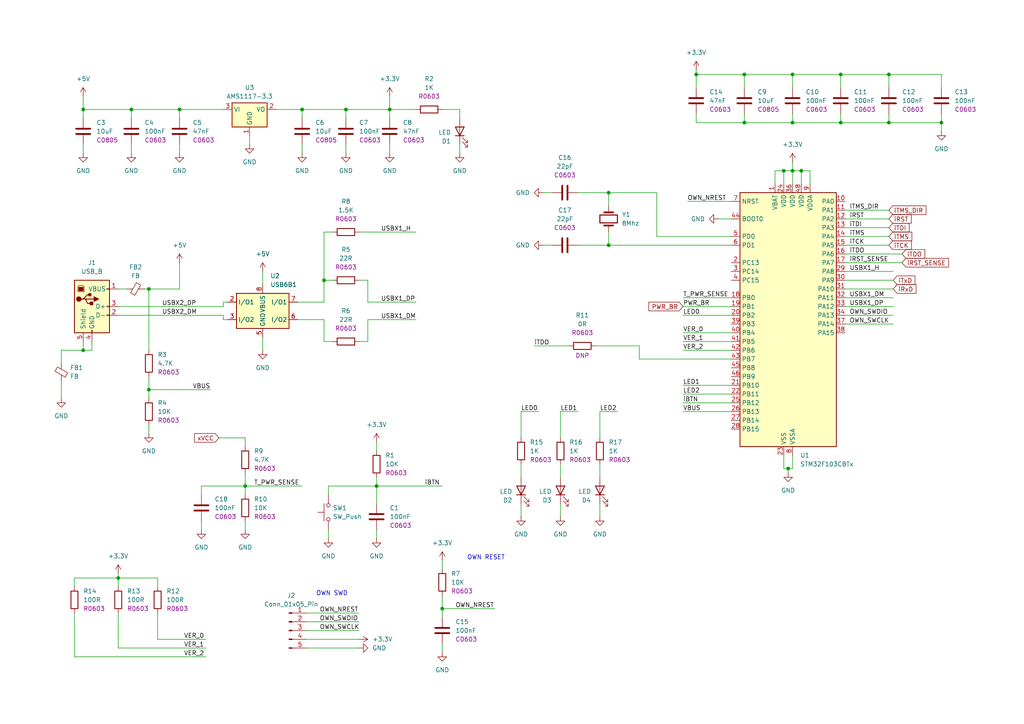
<source format=kicad_sch>
(kicad_sch (version 20231120) (generator "eeschema") (generator_version "8.0")
  (paper "A4")
  (lib_symbols
    (symbol "Connector:Conn_01x05_Pin" (pin_names (offset 1.016) hide)
      (property "Reference" "J" (at 0 7.62 0))
      (property "Value" "Conn_01x05_Pin" (at 0 -7.62 0))
      (symbol "Conn_01x05_Pin_1_1"
        (polyline (pts (xy 1.27 -5.08) (xy 0.8636 -5.08)) (stroke (width 0.1524)))
        (polyline (pts (xy 1.27 -2.54) (xy 0.8636 -2.54)) (stroke (width 0.1524)))
        (polyline (pts (xy 1.27 0) (xy 0.8636 0)) (stroke (width 0.1524)))
        (polyline (pts (xy 1.27 2.54) (xy 0.8636 2.54)) (stroke (width 0.1524)))
        (polyline (pts (xy 1.27 5.08) (xy 0.8636 5.08)) (stroke (width 0.1524)))
        (rectangle (start 0.8636 -4.953) (end 0 -5.207) (stroke (width 0.1524)) (fill (type outline)))
        (rectangle (start 0.8636 -2.413) (end 0 -2.667) (stroke (width 0.1524)) (fill (type outline)))
        (rectangle (start 0.8636 0.127) (end 0 -0.127) (stroke (width 0.1524)) (fill (type outline)))
        (rectangle (start 0.8636 2.667) (end 0 2.413) (stroke (width 0.1524)) (fill (type outline)))
        (rectangle (start 0.8636 5.207) (end 0 4.953) (stroke (width 0.1524)) (fill (type outline)))
        (pin passive line (at 5.08 5.08 180) (length 3.81) (name "Pin_1") (number "1"))
        (pin passive line (at 5.08 2.54 180) (length 3.81) (name "Pin_2") (number "2"))
        (pin passive line (at 5.08 0 180) (length 3.81) (name "Pin_3") (number "3"))
        (pin passive line (at 5.08 -2.54 180) (length 3.81) (name "Pin_4") (number "4"))
        (pin passive line (at 5.08 -5.08 180) (length 3.81) (name "Pin_5") (number "5"))
      )
    )
    (symbol "Connector:USB_B" (pin_names (offset 1.016))
      (property "Reference" "J" (at -5.08 11.43 0))
      (property "Value" "USB_B" (at -5.08 8.89 0))
      (symbol "USB_B_0_1"
        (rectangle (start -5.08 -7.62) (end 5.08 7.62) (stroke (width 0.254)) (fill (type background)))
        (circle (center -3.81 2.159) (radius 0.635) (stroke (width 0.254)) (fill (type outline)))
        (rectangle (start -3.81 5.588) (end -2.54 4.572) (fill (type outline)))
        (circle (center -0.635 3.429) (radius 0.381) (stroke (width 0.254)) (fill (type outline)))
        (rectangle (start -0.127 -7.62) (end 0.127 -6.858))
        (polyline (pts (xy -1.905 2.159) (xy 0.635 2.159)) (stroke (width 0.254)))
        (polyline (pts (xy -3.175 2.159) (xy -2.54 2.159) (xy -1.27 3.429) (xy -0.635 3.429)) (stroke (width 0.254)))
        (polyline (pts (xy -2.54 2.159) (xy -1.905 2.159) (xy -1.27 0.889) (xy 0 0.889)) (stroke (width 0.254)))
        (polyline (pts (xy 0.635 2.794) (xy 0.635 1.524) (xy 1.905 2.159) (xy 0.635 2.794)) (stroke (width 0.254)) (fill (type outline)))
        (polyline (pts (xy -4.064 4.318) (xy -2.286 4.318) (xy -2.286 5.715) (xy -2.667 6.096) (xy -3.683 6.096) (xy -4.064 5.715) (xy -4.064 4.318)))
        (rectangle (start 0.254 1.27) (end -0.508 0.508) (stroke (width 0.254)) (fill (type outline)))
        (rectangle (start 5.08 -2.667) (end 4.318 -2.413))
        (rectangle (start 5.08 -0.127) (end 4.318 0.127))
        (rectangle (start 5.08 4.953) (end 4.318 5.207))
      )
      (symbol "USB_B_1_1"
        (pin power_out line (at 7.62 5.08 180) (length 2.54) (name "VBUS") (number "1"))
        (pin bidirectional line (at 7.62 -2.54 180) (length 2.54) (name "D-") (number "2"))
        (pin bidirectional line (at 7.62 0 180) (length 2.54) (name "D+") (number "3"))
        (pin power_out line (at 0 -10.16 90) (length 2.54) (name "GND") (number "4"))
        (pin passive line (at -2.54 -10.16 90) (length 2.54) (name "Shield") (number "5"))
      )
    )
    (symbol "Device:C" (pin_numbers hide) (pin_names (offset 0.254))
      (property "Reference" "C" (at 0.635 2.54 0))
      (property "Value" "C" (at 0.635 -2.54 0))
      (symbol "C_0_1"
        (polyline (pts (xy -2.032 -0.762) (xy 2.032 -0.762)) (stroke (width 0.508)))
        (polyline (pts (xy -2.032 0.762) (xy 2.032 0.762)) (stroke (width 0.508)))
      )
      (symbol "C_1_1"
        (pin passive line (at 0 3.81 270) (length 2.794) (name "~") (number "1"))
        (pin passive line (at 0 -3.81 90) (length 2.794) (name "~") (number "2"))
      )
    )
    (symbol "Device:Crystal" (pin_numbers hide) (pin_names (offset 1.016) hide)
      (property "Reference" "Y" (at 0 3.81 0))
      (property "Value" "Crystal" (at 0 -3.81 0))
      (symbol "Crystal_0_1"
        (rectangle (start -1.143 2.54) (end 1.143 -2.54) (stroke (width 0.3048)))
        (polyline (pts (xy -2.54 0) (xy -1.905 0)))
        (polyline (pts (xy -1.905 -1.27) (xy -1.905 1.27)) (stroke (width 0.508)))
        (polyline (pts (xy 1.905 -1.27) (xy 1.905 1.27)) (stroke (width 0.508)))
        (polyline (pts (xy 2.54 0) (xy 1.905 0)))
      )
      (symbol "Crystal_1_1"
        (pin passive line (at -3.81 0 0) (length 1.27) (name "1") (number "1"))
        (pin passive line (at 3.81 0 180) (length 1.27) (name "2") (number "2"))
      )
    )
    (symbol "Device:FerriteBead_Small" (pin_numbers hide) (pin_names (offset 0))
      (property "Reference" "FB" (at 1.905 1.27 0))
      (property "Value" "FerriteBead_Small" (at 1.905 -1.27 0))
      (symbol "FerriteBead_Small_0_1"
        (polyline (pts (xy 0 -1.27) (xy 0 -0.7874)))
        (polyline (pts (xy 0 0.889) (xy 0 1.2954)))
        (polyline (pts (xy -1.8288 0.2794) (xy -1.1176 1.4986) (xy 1.8288 -0.2032) (xy 1.1176 -1.4224) (xy -1.8288 0.2794)))
      )
      (symbol "FerriteBead_Small_1_1"
        (pin passive line (at 0 2.54 270) (length 1.27) (name "~") (number "1"))
        (pin passive line (at 0 -2.54 90) (length 1.27) (name "~") (number "2"))
      )
    )
    (symbol "Device:LED" (pin_numbers hide) (pin_names (offset 1.016) hide)
      (property "Reference" "D" (at 0 2.54 0))
      (property "Value" "LED" (at 0 -2.54 0))
      (symbol "LED_0_1"
        (polyline (pts (xy -1.27 -1.27) (xy -1.27 1.27)) (stroke (width 0.254)))
        (polyline (pts (xy -1.27 0) (xy 1.27 0)))
        (polyline (pts (xy 1.27 -1.27) (xy 1.27 1.27) (xy -1.27 0) (xy 1.27 -1.27)) (stroke (width 0.254)))
        (polyline (pts (xy -3.048 -0.762) (xy -4.572 -2.286) (xy -3.81 -2.286) (xy -4.572 -2.286) (xy -4.572 -1.524)))
        (polyline (pts (xy -1.778 -0.762) (xy -3.302 -2.286) (xy -2.54 -2.286) (xy -3.302 -2.286) (xy -3.302 -1.524)))
      )
      (symbol "LED_1_1"
        (pin passive line (at -3.81 0 0) (length 2.54) (name "K") (number "1"))
        (pin passive line (at 3.81 0 180) (length 2.54) (name "A") (number "2"))
      )
    )
    (symbol "Device:R" (pin_numbers hide) (pin_names (offset 0))
      (property "Reference" "R" (at 2.032 0 90))
      (property "Value" "R" (at 0 0 90))
      (symbol "R_0_1"
        (rectangle (start -1.016 -2.54) (end 1.016 2.54) (stroke (width 0.254)))
      )
      (symbol "R_1_1"
        (pin passive line (at 0 3.81 270) (length 1.27) (name "~") (number "1"))
        (pin passive line (at 0 -3.81 90) (length 1.27) (name "~") (number "2"))
      )
    )
    (symbol "MCU_ST_STM32F1:STM32F103CBTx"
      (property "Reference" "U" (at -12.7 39.37 0))
      (property "Value" "STM32F103CBTx" (at 10.16 39.37 0))
      (symbol "STM32F103CBTx_0_1"
        (rectangle (start -12.7 -35.56) (end 15.24 38.1) (stroke (width 0.254)) (fill (type background)))
      )
      (symbol "STM32F103CBTx_1_1"
        (pin power_in line (at -2.54 40.64 270) (length 2.54) (name "VBAT") (number "1"))
        (pin bidirectional line (at 17.78 35.56 180) (length 2.54) (name "PA0") (number "10"))
        (pin bidirectional line (at 17.78 33.02 180) (length 2.54) (name "PA1") (number "11"))
        (pin bidirectional line (at 17.78 30.48 180) (length 2.54) (name "PA2") (number "12"))
        (pin bidirectional line (at 17.78 27.94 180) (length 2.54) (name "PA3") (number "13"))
        (pin bidirectional line (at 17.78 25.4 180) (length 2.54) (name "PA4") (number "14"))
        (pin bidirectional line (at 17.78 22.86 180) (length 2.54) (name "PA5") (number "15"))
        (pin bidirectional line (at 17.78 20.32 180) (length 2.54) (name "PA6") (number "16"))
        (pin bidirectional line (at 17.78 17.78 180) (length 2.54) (name "PA7") (number "17"))
        (pin bidirectional line (at -15.24 7.62 0) (length 2.54) (name "PB0") (number "18"))
        (pin bidirectional line (at -15.24 5.08 0) (length 2.54) (name "PB1") (number "19"))
        (pin bidirectional line (at -15.24 17.78 0) (length 2.54) (name "PC13") (number "2"))
        (pin bidirectional line (at -15.24 2.54 0) (length 2.54) (name "PB2") (number "20"))
        (pin bidirectional line (at -15.24 -17.78 0) (length 2.54) (name "PB10") (number "21"))
        (pin bidirectional line (at -15.24 -20.32 0) (length 2.54) (name "PB11") (number "22"))
        (pin power_in line (at 0 -38.1 90) (length 2.54) (name "VSS") (number "23"))
        (pin power_in line (at 0 40.64 270) (length 2.54) (name "VDD") (number "24"))
        (pin bidirectional line (at -15.24 -22.86 0) (length 2.54) (name "PB12") (number "25"))
        (pin bidirectional line (at -15.24 -25.4 0) (length 2.54) (name "PB13") (number "26"))
        (pin bidirectional line (at -15.24 -27.94 0) (length 2.54) (name "PB14") (number "27"))
        (pin bidirectional line (at -15.24 -30.48 0) (length 2.54) (name "PB15") (number "28"))
        (pin bidirectional line (at 17.78 15.24 180) (length 2.54) (name "PA8") (number "29"))
        (pin bidirectional line (at -15.24 15.24 0) (length 2.54) (name "PC14") (number "3"))
        (pin bidirectional line (at 17.78 12.7 180) (length 2.54) (name "PA9") (number "30"))
        (pin bidirectional line (at 17.78 10.16 180) (length 2.54) (name "PA10") (number "31"))
        (pin bidirectional line (at 17.78 7.62 180) (length 2.54) (name "PA11") (number "32"))
        (pin bidirectional line (at 17.78 5.08 180) (length 2.54) (name "PA12") (number "33"))
        (pin bidirectional line (at 17.78 2.54 180) (length 2.54) (name "PA13") (number "34"))
        (pin passive line (at 0 -38.1 90) (length 2.54) hide (name "VSS") (number "35"))
        (pin power_in line (at 2.54 40.64 270) (length 2.54) (name "VDD") (number "36"))
        (pin bidirectional line (at 17.78 0 180) (length 2.54) (name "PA14") (number "37"))
        (pin bidirectional line (at 17.78 -2.54 180) (length 2.54) (name "PA15") (number "38"))
        (pin bidirectional line (at -15.24 0 0) (length 2.54) (name "PB3") (number "39"))
        (pin bidirectional line (at -15.24 12.7 0) (length 2.54) (name "PC15") (number "4"))
        (pin bidirectional line (at -15.24 -2.54 0) (length 2.54) (name "PB4") (number "40"))
        (pin bidirectional line (at -15.24 -5.08 0) (length 2.54) (name "PB5") (number "41"))
        (pin bidirectional line (at -15.24 -7.62 0) (length 2.54) (name "PB6") (number "42"))
        (pin bidirectional line (at -15.24 -10.16 0) (length 2.54) (name "PB7") (number "43"))
        (pin input line (at -15.24 30.48 0) (length 2.54) (name "BOOT0") (number "44"))
        (pin bidirectional line (at -15.24 -12.7 0) (length 2.54) (name "PB8") (number "45"))
        (pin bidirectional line (at -15.24 -15.24 0) (length 2.54) (name "PB9") (number "46"))
        (pin passive line (at 0 -38.1 90) (length 2.54) hide (name "VSS") (number "47"))
        (pin power_in line (at 5.08 40.64 270) (length 2.54) (name "VDD") (number "48"))
        (pin bidirectional line (at -15.24 25.4 0) (length 2.54) (name "PD0") (number "5"))
        (pin bidirectional line (at -15.24 22.86 0) (length 2.54) (name "PD1") (number "6"))
        (pin input line (at -15.24 35.56 0) (length 2.54) (name "NRST") (number "7"))
        (pin power_in line (at 2.54 -38.1 90) (length 2.54) (name "VSSA") (number "8"))
        (pin power_in line (at 7.62 40.64 270) (length 2.54) (name "VDDA") (number "9"))
      )
    )
    (symbol "Power_Protection:USB6B1"
      (property "Reference" "U" (at 6.35 6.35 0))
      (property "Value" "USB6B1" (at 5.08 -6.35 0))
      (symbol "USB6B1_0_1"
        (rectangle (start -7.62 -5.08) (end 7.62 5.08) (stroke (width 0.254)) (fill (type background)))
      )
      (symbol "USB6B1_1_1"
        (pin passive line (at 0 7.62 270) (length 2.54) hide (name "VBUS") (number "1"))
        (pin passive line (at -10.16 2.54 0) (length 2.54) (name "I/O1") (number "2"))
        (pin passive line (at -10.16 -2.54 0) (length 2.54) (name "I/O2") (number "3"))
        (pin passive line (at 0 -7.62 90) (length 2.54) hide (name "GND") (number "4"))
        (pin passive line (at 0 -7.62 90) (length 2.54) (name "GND") (number "5"))
        (pin passive line (at 10.16 -2.54 180) (length 2.54) (name "I/O2") (number "6"))
        (pin passive line (at 10.16 2.54 180) (length 2.54) (name "I/O1") (number "7"))
        (pin passive line (at 0 7.62 270) (length 2.54) (name "VBUS") (number "8"))
      )
    )
    (symbol "Regulator_Linear:AMS1117-3.3"
      (property "Reference" "U" (at -3.81 3.175 0))
      (property "Value" "AMS1117-3.3" (at 0 3.175 0))
      (symbol "AMS1117-3.3_0_1"
        (rectangle (start -5.08 -5.08) (end 5.08 1.905) (stroke (width 0.254)) (fill (type background)))
      )
      (symbol "AMS1117-3.3_1_1"
        (pin power_in line (at 0 -7.62 90) (length 2.54) (name "GND") (number "1"))
        (pin power_out line (at 7.62 0 180) (length 2.54) (name "VO") (number "2"))
        (pin power_in line (at -7.62 0 0) (length 2.54) (name "VI") (number "3"))
      )
    )
    (symbol "Switch:SW_Push" (pin_numbers hide) (pin_names (offset 1.016) hide)
      (property "Reference" "SW" (at 1.27 2.54 0))
      (property "Value" "SW_Push" (at 0 -1.524 0))
      (symbol "SW_Push_0_1"
        (circle (center -2.032 0) (radius 0.508))
        (polyline (pts (xy 0 1.27) (xy 0 3.048)))
        (polyline (pts (xy 2.54 1.27) (xy -2.54 1.27)))
        (circle (center 2.032 0) (radius 0.508))
        (pin passive line (at -5.08 0 0) (length 2.54) (name "1") (number "1"))
        (pin passive line (at 5.08 0 180) (length 2.54) (name "2") (number "2"))
      )
    )
    (symbol "power:+3.3V" (power) (pin_numbers hide) (pin_names (offset 0) hide)
      (property "Value" "+3.3V" (at 0 3.556 0))
      (symbol "+3.3V_0_1"
        (polyline (pts (xy -0.762 1.27) (xy 0 2.54)))
        (polyline (pts (xy 0 0) (xy 0 2.54)))
        (polyline (pts (xy 0 2.54) (xy 0.762 1.27)))
      )
      (symbol "+3.3V_1_1"
        (pin power_in line (at 0 0 90) (length 0) (name "~") (number "1"))
      )
    )
    (symbol "power:+5V" (power) (pin_numbers hide) (pin_names (offset 0) hide)
      (property "Value" "+5V" (at 0 3.556 0))
      (symbol "+5V_0_1"
        (polyline (pts (xy -0.762 1.27) (xy 0 2.54)))
        (polyline (pts (xy 0 0) (xy 0 2.54)))
        (polyline (pts (xy 0 2.54) (xy 0.762 1.27)))
      )
      (symbol "+5V_1_1"
        (pin power_in line (at 0 0 90) (length 0) (name "~") (number "1"))
      )
    )
    (symbol "power:GND" (power) (pin_numbers hide) (pin_names (offset 0) hide)
      (property "Value" "GND" (at 0 -3.81 0))
      (symbol "GND_0_1"
        (polyline (pts (xy 0 0) (xy 0 -1.27) (xy 1.27 -1.27) (xy 0 -2.54) (xy -1.27 -1.27) (xy 0 -1.27)))
      )
      (symbol "GND_1_1"
        (pin power_in line (at 0 0 270) (length 0) (name "~") (number "1"))
      )
    )
  )
  (junction (at 201.93 21.59))
  (junction (at 24.13 31.75))
  (junction (at 34.29 167.64))
  (junction (at 176.53 71.12))
  (junction (at 232.41 49.53))
  (junction (at 227.33 49.53))
  (junction (at 93.98 81.28))
  (junction (at 109.22 140.97))
  (junction (at 229.87 21.59))
  (junction (at 43.18 83.82))
  (junction (at 113.03 31.75))
  (junction (at 273.05 35.56))
  (junction (at 243.84 21.59))
  (junction (at 257.81 35.56))
  (junction (at 229.87 49.53))
  (junction (at 128.27 176.53))
  (junction (at 215.9 35.56))
  (junction (at 87.63 31.75))
  (junction (at 71.12 140.97))
  (junction (at 176.53 55.88))
  (junction (at 228.6 135.89))
  (junction (at 229.87 35.56))
  (junction (at 24.13 101.6))
  (junction (at 243.84 35.56))
  (junction (at 100.33 31.75))
  (junction (at 215.9 21.59))
  (junction (at 38.1 31.75))
  (junction (at 257.81 21.59))
  (junction (at 43.18 113.03))
  (junction (at 52.07 31.75))
  (wire (pts (xy 273.05 21.59) (xy 257.81 21.59)))
  (wire (pts (xy 43.18 113.03) (xy 43.18 115.57)))
  (wire (pts (xy 245.11 63.5) (xy 257.81 63.5)))
  (wire (pts (xy 88.9 177.8) (xy 104.14 177.8)))
  (wire (pts (xy 100.33 31.75) (xy 87.63 31.75)))
  (wire (pts (xy 273.05 35.56) (xy 273.05 38.1)))
  (wire (pts (xy 190.5 55.88) (xy 190.5 68.58)))
  (wire (pts (xy 52.07 83.82) (xy 52.07 76.2)))
  (wire (pts (xy 245.11 88.9) (xy 259.08 88.9)))
  (wire (pts (xy 21.59 177.8) (xy 21.59 190.5)))
  (wire (pts (xy 38.1 31.75) (xy 38.1 34.29)))
  (wire (pts (xy 162.56 127) (xy 162.56 119.38)))
  (wire (pts (xy 176.53 55.88) (xy 190.5 55.88)))
  (wire (pts (xy 154.94 100.33) (xy 165.1 100.33)))
  (wire (pts (xy 43.18 83.82) (xy 43.18 101.6)))
  (wire (pts (xy 26.67 101.6) (xy 26.67 99.06)))
  (wire (pts (xy 229.87 49.53) (xy 229.87 53.34)))
  (wire (pts (xy 71.12 140.97) (xy 87.63 140.97)))
  (wire (pts (xy 151.13 127) (xy 151.13 119.38)))
  (wire (pts (xy 93.98 99.06) (xy 96.52 99.06)))
  (wire (pts (xy 243.84 35.56) (xy 229.87 35.56)))
  (wire (pts (xy 245.11 81.28) (xy 259.08 81.28)))
  (wire (pts (xy 128.27 176.53) (xy 143.51 176.53)))
  (wire (pts (xy 162.56 146.05) (xy 162.56 149.86)))
  (wire (pts (xy 34.29 177.8) (xy 34.29 187.96)))
  (wire (pts (xy 86.36 87.63) (xy 93.98 87.63)))
  (wire (pts (xy 198.12 114.3) (xy 212.09 114.3)))
  (wire (pts (xy 24.13 27.94) (xy 24.13 31.75)))
  (wire (pts (xy 228.6 135.89) (xy 228.6 137.16)))
  (wire (pts (xy 34.29 167.64) (xy 45.72 167.64)))
  (wire (pts (xy 227.33 49.53) (xy 227.33 53.34)))
  (wire (pts (xy 133.35 31.75) (xy 133.35 34.29)))
  (wire (pts (xy 128.27 172.72) (xy 128.27 176.53)))
  (wire (pts (xy 113.03 31.75) (xy 100.33 31.75)))
  (wire (pts (xy 176.53 55.88) (xy 176.53 59.69)))
  (wire (pts (xy 93.98 81.28) (xy 96.52 81.28)))
  (wire (pts (xy 88.9 182.88) (xy 104.14 182.88)))
  (wire (pts (xy 88.9 185.42) (xy 104.14 185.42)))
  (wire (pts (xy 198.12 119.38) (xy 212.09 119.38)))
  (wire (pts (xy 64.77 88.9) (xy 64.77 87.63)))
  (wire (pts (xy 104.14 81.28) (xy 106.68 81.28)))
  (wire (pts (xy 245.11 68.58) (xy 257.81 68.58)))
  (wire (pts (xy 17.78 101.6) (xy 24.13 101.6)))
  (wire (pts (xy 229.87 132.08) (xy 229.87 135.89)))
  (wire (pts (xy 34.29 83.82) (xy 36.83 83.82)))
  (wire (pts (xy 215.9 35.56) (xy 215.9 33.02)))
  (wire (pts (xy 128.27 31.75) (xy 133.35 31.75)))
  (wire (pts (xy 212.09 68.58) (xy 190.5 68.58)))
  (wire (pts (xy 201.93 33.02) (xy 201.93 35.56)))
  (wire (pts (xy 64.77 91.44) (xy 64.77 92.71)))
  (wire (pts (xy 52.07 41.91) (xy 52.07 44.45)))
  (wire (pts (xy 43.18 113.03) (xy 60.96 113.03)))
  (wire (pts (xy 215.9 21.59) (xy 215.9 25.4)))
  (wire (pts (xy 198.12 91.44) (xy 212.09 91.44)))
  (wire (pts (xy 227.33 135.89) (xy 228.6 135.89)))
  (wire (pts (xy 17.78 110.49) (xy 17.78 115.57)))
  (wire (pts (xy 229.87 21.59) (xy 215.9 21.59)))
  (wire (pts (xy 38.1 31.75) (xy 24.13 31.75)))
  (wire (pts (xy 34.29 166.37) (xy 34.29 167.64)))
  (wire (pts (xy 173.99 119.38) (xy 179.07 119.38)))
  (wire (pts (xy 58.42 151.13) (xy 58.42 153.67)))
  (wire (pts (xy 71.12 140.97) (xy 71.12 143.51)))
  (wire (pts (xy 198.12 111.76) (xy 212.09 111.76)))
  (wire (pts (xy 167.64 55.88) (xy 176.53 55.88)))
  (wire (pts (xy 245.11 93.98) (xy 259.08 93.98)))
  (wire (pts (xy 86.36 92.71) (xy 93.98 92.71)))
  (wire (pts (xy 45.72 177.8) (xy 45.72 185.42)))
  (wire (pts (xy 133.35 41.91) (xy 133.35 44.45)))
  (wire (pts (xy 257.81 25.4) (xy 257.81 21.59)))
  (wire (pts (xy 128.27 162.56) (xy 128.27 165.1)))
  (wire (pts (xy 64.77 87.63) (xy 66.04 87.63)))
  (wire (pts (xy 128.27 186.69) (xy 128.27 189.23)))
  (wire (pts (xy 151.13 119.38) (xy 156.21 119.38)))
  (wire (pts (xy 34.29 187.96) (xy 59.69 187.96)))
  (wire (pts (xy 88.9 187.96) (xy 104.14 187.96)))
  (wire (pts (xy 58.42 140.97) (xy 71.12 140.97)))
  (wire (pts (xy 100.33 41.91) (xy 100.33 44.45)))
  (wire (pts (xy 257.81 21.59) (xy 243.84 21.59)))
  (wire (pts (xy 109.22 128.27) (xy 109.22 130.81)))
  (wire (pts (xy 208.28 63.5) (xy 212.09 63.5)))
  (wire (pts (xy 245.11 71.12) (xy 257.81 71.12)))
  (wire (pts (xy 245.11 73.66) (xy 261.62 73.66)))
  (wire (pts (xy 212.09 104.14) (xy 185.42 104.14)))
  (wire (pts (xy 95.25 143.51) (xy 95.25 140.97)))
  (wire (pts (xy 17.78 105.41) (xy 17.78 101.6)))
  (wire (pts (xy 113.03 34.29) (xy 113.03 31.75)))
  (wire (pts (xy 76.2 97.79) (xy 76.2 101.6)))
  (wire (pts (xy 24.13 99.06) (xy 24.13 101.6)))
  (wire (pts (xy 93.98 87.63) (xy 93.98 81.28)))
  (wire (pts (xy 257.81 35.56) (xy 243.84 35.56)))
  (wire (pts (xy 157.48 55.88) (xy 160.02 55.88)))
  (wire (pts (xy 151.13 134.62) (xy 151.13 138.43)))
  (wire (pts (xy 128.27 176.53) (xy 128.27 179.07)))
  (wire (pts (xy 257.81 33.02) (xy 257.81 35.56)))
  (wire (pts (xy 229.87 46.99) (xy 229.87 49.53)))
  (wire (pts (xy 109.22 138.43) (xy 109.22 140.97)))
  (wire (pts (xy 71.12 129.54) (xy 71.12 127)))
  (wire (pts (xy 72.39 39.37) (xy 72.39 41.91)))
  (wire (pts (xy 71.12 151.13) (xy 71.12 153.67)))
  (wire (pts (xy 104.14 99.06) (xy 106.68 99.06)))
  (wire (pts (xy 64.77 31.75) (xy 52.07 31.75)))
  (wire (pts (xy 157.48 71.12) (xy 160.02 71.12)))
  (wire (pts (xy 38.1 41.91) (xy 38.1 44.45)))
  (wire (pts (xy 173.99 146.05) (xy 173.99 149.86)))
  (wire (pts (xy 104.14 67.31) (xy 120.65 67.31)))
  (wire (pts (xy 273.05 25.4) (xy 273.05 21.59)))
  (wire (pts (xy 87.63 41.91) (xy 87.63 44.45)))
  (wire (pts (xy 96.52 67.31) (xy 93.98 67.31)))
  (wire (pts (xy 243.84 25.4) (xy 243.84 21.59)))
  (wire (pts (xy 64.77 92.71) (xy 66.04 92.71)))
  (wire (pts (xy 245.11 60.96) (xy 257.81 60.96)))
  (wire (pts (xy 109.22 153.67) (xy 109.22 156.21)))
  (wire (pts (xy 71.12 137.16) (xy 71.12 140.97)))
  (wire (pts (xy 34.29 91.44) (xy 64.77 91.44)))
  (wire (pts (xy 245.11 76.2) (xy 261.62 76.2)))
  (wire (pts (xy 227.33 49.53) (xy 229.87 49.53)))
  (wire (pts (xy 93.98 92.71) (xy 93.98 99.06)))
  (wire (pts (xy 63.5 127) (xy 71.12 127)))
  (wire (pts (xy 273.05 35.56) (xy 257.81 35.56)))
  (wire (pts (xy 176.53 67.31) (xy 176.53 71.12)))
  (wire (pts (xy 113.03 41.91) (xy 113.03 44.45)))
  (wire (pts (xy 95.25 140.97) (xy 109.22 140.97)))
  (wire (pts (xy 198.12 101.6) (xy 212.09 101.6)))
  (wire (pts (xy 201.93 25.4) (xy 201.93 21.59)))
  (wire (pts (xy 41.91 83.82) (xy 43.18 83.82)))
  (wire (pts (xy 162.56 134.62) (xy 162.56 138.43)))
  (wire (pts (xy 106.68 81.28) (xy 106.68 87.63)))
  (wire (pts (xy 245.11 66.04) (xy 257.81 66.04)))
  (wire (pts (xy 176.53 71.12) (xy 212.09 71.12)))
  (wire (pts (xy 224.79 49.53) (xy 227.33 49.53)))
  (wire (pts (xy 243.84 33.02) (xy 243.84 35.56)))
  (wire (pts (xy 45.72 185.42) (xy 59.69 185.42)))
  (wire (pts (xy 229.87 25.4) (xy 229.87 21.59)))
  (wire (pts (xy 21.59 167.64) (xy 34.29 167.64)))
  (wire (pts (xy 198.12 99.06) (xy 212.09 99.06)))
  (wire (pts (xy 93.98 67.31) (xy 93.98 81.28)))
  (wire (pts (xy 151.13 146.05) (xy 151.13 149.86)))
  (wire (pts (xy 95.25 153.67) (xy 95.25 156.21)))
  (wire (pts (xy 24.13 41.91) (xy 24.13 44.45)))
  (wire (pts (xy 232.41 49.53) (xy 234.95 49.53)))
  (wire (pts (xy 198.12 116.84) (xy 212.09 116.84)))
  (wire (pts (xy 273.05 33.02) (xy 273.05 35.56)))
  (wire (pts (xy 198.12 88.9) (xy 212.09 88.9)))
  (wire (pts (xy 52.07 31.75) (xy 38.1 31.75)))
  (wire (pts (xy 52.07 31.75) (xy 52.07 34.29)))
  (wire (pts (xy 106.68 92.71) (xy 120.65 92.71)))
  (wire (pts (xy 162.56 119.38) (xy 167.64 119.38)))
  (wire (pts (xy 76.2 78.74) (xy 76.2 82.55)))
  (wire (pts (xy 228.6 135.89) (xy 229.87 135.89)))
  (wire (pts (xy 245.11 91.44) (xy 259.08 91.44)))
  (wire (pts (xy 229.87 35.56) (xy 215.9 35.56)))
  (wire (pts (xy 229.87 33.02) (xy 229.87 35.56)))
  (wire (pts (xy 232.41 49.53) (xy 232.41 53.34)))
  (wire (pts (xy 245.11 86.36) (xy 259.08 86.36)))
  (wire (pts (xy 173.99 134.62) (xy 173.99 138.43)))
  (wire (pts (xy 58.42 143.51) (xy 58.42 140.97)))
  (wire (pts (xy 229.87 49.53) (xy 232.41 49.53)))
  (wire (pts (xy 245.11 83.82) (xy 259.08 83.82)))
  (wire (pts (xy 34.29 167.64) (xy 34.29 170.18)))
  (wire (pts (xy 21.59 170.18) (xy 21.59 167.64)))
  (wire (pts (xy 43.18 123.19) (xy 43.18 125.73)))
  (wire (pts (xy 24.13 101.6) (xy 26.67 101.6)))
  (wire (pts (xy 43.18 83.82) (xy 52.07 83.82)))
  (wire (pts (xy 113.03 27.94) (xy 113.03 31.75)))
  (wire (pts (xy 227.33 132.08) (xy 227.33 135.89)))
  (wire (pts (xy 34.29 88.9) (xy 64.77 88.9)))
  (wire (pts (xy 21.59 190.5) (xy 59.69 190.5)))
  (wire (pts (xy 243.84 21.59) (xy 229.87 21.59)))
  (wire (pts (xy 113.03 31.75) (xy 120.65 31.75)))
  (wire (pts (xy 24.13 31.75) (xy 24.13 34.29)))
  (wire (pts (xy 198.12 86.36) (xy 212.09 86.36)))
  (wire (pts (xy 234.95 49.53) (xy 234.95 53.34)))
  (wire (pts (xy 106.68 99.06) (xy 106.68 92.71)))
  (wire (pts (xy 198.12 96.52) (xy 212.09 96.52)))
  (wire (pts (xy 100.33 34.29) (xy 100.33 31.75)))
  (wire (pts (xy 106.68 87.63) (xy 120.65 87.63)))
  (wire (pts (xy 173.99 127) (xy 173.99 119.38)))
  (wire (pts (xy 185.42 104.14) (xy 185.42 100.33)))
  (wire (pts (xy 167.64 71.12) (xy 176.53 71.12)))
  (wire (pts (xy 201.93 35.56) (xy 215.9 35.56)))
  (wire (pts (xy 87.63 31.75) (xy 87.63 34.29)))
  (wire (pts (xy 109.22 140.97) (xy 128.27 140.97)))
  (wire (pts (xy 45.72 167.64) (xy 45.72 170.18)))
  (wire (pts (xy 43.18 109.22) (xy 43.18 113.03)))
  (wire (pts (xy 185.42 100.33) (xy 172.72 100.33)))
  (wire (pts (xy 245.11 78.74) (xy 259.08 78.74)))
  (wire (pts (xy 109.22 140.97) (xy 109.22 146.05)))
  (wire (pts (xy 88.9 180.34) (xy 104.14 180.34)))
  (wire (pts (xy 201.93 20.32) (xy 201.93 21.59)))
  (wire (pts (xy 80.01 31.75) (xy 87.63 31.75)))
  (wire (pts (xy 224.79 53.34) (xy 224.79 49.53)))
  (wire (pts (xy 201.93 21.59) (xy 215.9 21.59)))
  (wire (pts (xy 199.39 58.42) (xy 212.09 58.42)))
  (text "OWN RESET" (at 140.97 161.798 0) (effects (font (size 1.27 1.27))))
  (text "OWN SWD" (at 96.266 172.212 0) (effects (font (size 1.27 1.27))))
  (label "VER_1" (at 198.12 99.06 0))
  (label "iTCK" (at 246.38 71.12 0))
  (label "OWN_SWCLK" (at 92.71 182.88 0))
  (label "LED0" (at 198.12 91.44 0))
  (label "LED2" (at 173.99 119.38 0))
  (label "T_PWR_SENSE" (at 198.12 86.36 0))
  (label "LED1" (at 162.56 119.38 0))
  (label "iTDO" (at 154.94 100.33 0))
  (label "VER_2" (at 198.12 101.6 0))
  (label "iRST_SENSE" (at 246.38 76.2 0))
  (label "LED0" (at 151.13 119.38 0))
  (label "VER_2" (at 53.34 190.5 0))
  (label "LED1" (at 198.12 111.76 0))
  (label "USBX2_DM" (at 46.99 91.44 0))
  (label "iTDI" (at 246.38 66.04 0))
  (label "USBX1_DM" (at 246.38 86.36 0))
  (label "USBX1_H" (at 246.38 78.74 0))
  (label "VBUS" (at 55.88 113.03 0))
  (label "iTMS_DIR" (at 246.38 60.96 0))
  (label "iRST" (at 246.38 63.5 0))
  (label "OWN_NREST" (at 92.71 177.8 0))
  (label "PWR_BR" (at 198.12 88.9 0))
  (label "VER_1" (at 53.34 187.96 0))
  (label "USBX1_DM" (at 110.49 92.71 0))
  (label "VER_0" (at 53.34 185.42 0))
  (label "T_PWR_SENSE" (at 73.66 140.97 0))
  (label "iTDO" (at 246.38 73.66 0))
  (label "OWN_SWDIO" (at 92.71 180.34 0))
  (label "iTMS" (at 246.38 68.58 0))
  (label "OWN_SWCLK" (at 246.38 93.98 0))
  (label "iBTN" (at 123.19 140.97 0))
  (label "OWN_SWDIO" (at 246.38 91.44 0))
  (label "USBX1_DP" (at 246.38 88.9 0))
  (label "LED2" (at 198.12 114.3 0))
  (label "USBX1_H" (at 110.49 67.31 0))
  (label "iBTN" (at 198.12 116.84 0))
  (label "VER_0" (at 198.12 96.52 0))
  (label "OWN_NREST" (at 132.08 176.53 0))
  (label "OWN_NREST" (at 199.39 58.42 0))
  (label "USBX1_DP" (at 110.49 87.63 0))
  (label "USBX2_DP" (at 46.99 88.9 0))
  (label "VBUS" (at 198.12 119.38 0))
  (global_label "iTDI" (shape input) (at 257.81 66.04 0) (property "Intersheetrefs" "${INTERSHEET_REFS}" (effects (hide yes))))
  (global_label "iTCK" (shape input) (at 257.81 71.12 0) (property "Intersheetrefs" "${INTERSHEET_REFS}" (effects (hide yes))))
  (global_label "iTDO" (shape input) (at 261.62 73.66 0) (property "Intersheetrefs" "${INTERSHEET_REFS}" (effects (hide yes))))
  (global_label "iRST_SENSE" (shape input) (at 261.62 76.2 0) (property "Intersheetrefs" "${INTERSHEET_REFS}" (effects (hide yes))))
  (global_label "iTMS" (shape input) (at 257.81 68.58 0) (property "Intersheetrefs" "${INTERSHEET_REFS}" (effects (hide yes))))
  (global_label "xVCC" (shape input) (at 63.5 127 180) (property "Intersheetrefs" "${INTERSHEET_REFS}" (effects (hide yes))))
  (global_label "iTxD" (shape input) (at 259.08 81.28 0) (property "Intersheetrefs" "${INTERSHEET_REFS}" (effects (hide yes))))
  (global_label "PWR_BR" (shape input) (at 198.12 88.9 180) (property "Intersheetrefs" "${INTERSHEET_REFS}" (effects (hide yes))))
  (global_label "iTMS_DIR" (shape input) (at 257.81 60.96 0) (property "Intersheetrefs" "${INTERSHEET_REFS}" (effects (hide yes))))
  (global_label "iRST" (shape input) (at 257.81 63.5 0) (property "Intersheetrefs" "${INTERSHEET_REFS}" (effects (hide yes))))
  (global_label "iRxD" (shape input) (at 259.08 83.82 0) (property "Intersheetrefs" "${INTERSHEET_REFS}" (effects (hide yes))))
  (symbol (lib_id "power:+3.3V") (at 113.03 27.94 0) (unit 1)
    (property "Reference" "#PWR011" (effects (hide yes)))
    (property "Value" "+3.3V" (at 113.03 22.86 0))
    (property "Description" "Power symbol creates a global label with name \"+3.3V\"" (effects (hide yes)))
  )
  (symbol (lib_id "power:GND") (at 157.48 55.88 270) (unit 1)
    (property "Reference" "#PWR022" (effects (hide yes)))
    (property "Value" "GND" (at 153.67 55.8799 90) (effects (justify right)))
    (property "Description" "Power symbol creates a global label with name \"GND\" , ground" (effects (hide yes)))
  )
  (symbol (lib_id "Device:R") (at 100.33 81.28 270) (unit 1)
    (property "Reference" "R5" (at 100.33 72.39 90))
    (property "Value" "22R" (at 100.33 74.93 90))
    (property "Footprint" "Resistor_SMD:R_0603_1608Metric" (effects (hide yes)))
    (property "Description" "Resistor" (effects (hide yes)))
    (property "Package" "R0603" (at 100.33 77.47 90))
  )
  (symbol (lib_id "power:GND") (at 151.13 149.86 0) (unit 1)
    (property "Reference" "#PWR033" (effects (hide yes)))
    (property "Value" "GND" (at 151.13 154.94 0))
    (property "Description" "Power symbol creates a global label with name \"GND\" , ground" (effects (hide yes)))
  )
  (symbol (lib_id "Device:C") (at 273.05 29.21 0) (unit 1)
    (property "Reference" "C13" (at 276.86 26.6699 0) (effects (justify left)))
    (property "Value" "100nF" (at 276.86 29.2099 0) (effects (justify left)))
    (property "Footprint" "Capacitor_SMD:C_0603_1608Metric" (effects (hide yes)))
    (property "Description" "Unpolarized capacitor" (effects (hide yes)))
    (property "Package" "C0603" (at 276.86 31.7499 0) (effects (justify left)))
  )
  (symbol (lib_id "Connector:Conn_01x05_Pin") (at 83.82 182.88 0) (unit 1)
    (property "Reference" "J2" (at 84.455 172.72 0))
    (property "Value" "Conn_01x05_Pin" (at 84.455 175.26 0))
    (property "Footprint" "Connector_PinHeader_2.54mm:PinHeader_1x05_P2.54mm_Vertical" (effects (hide yes)))
    (property "Description" "Generic connector, single row, 01x05, script generated" (effects (hide yes)))
  )
  (symbol (lib_id "power:GND") (at 113.03 44.45 0) (unit 1)
    (property "Reference" "#PWR014" (effects (hide yes)))
    (property "Value" "GND" (at 113.03 49.53 0))
    (property "Description" "Power symbol creates a global label with name \"GND\" , ground" (effects (hide yes)))
  )
  (symbol (lib_id "power:+3.3V") (at 201.93 20.32 0) (unit 1)
    (property "Reference" "#PWR016" (effects (hide yes)))
    (property "Value" "+3.3V" (at 201.93 15.24 0))
    (property "Description" "Power symbol creates a global label with name \"+3.3V\"" (effects (hide yes)))
  )
  (symbol (lib_id "Device:C") (at 229.87 29.21 0) (unit 1)
    (property "Reference" "C10" (at 233.68 26.6699 0) (effects (justify left)))
    (property "Value" "100nF" (at 233.68 29.2099 0) (effects (justify left)))
    (property "Footprint" "Capacitor_SMD:C_0603_1608Metric" (effects (hide yes)))
    (property "Description" "Unpolarized capacitor" (effects (hide yes)))
    (property "Package" "C0603" (at 233.68 31.7499 0) (effects (justify left)))
  )
  (symbol (lib_id "power:GND") (at 162.56 149.86 0) (unit 1)
    (property "Reference" "#PWR034" (effects (hide yes)))
    (property "Value" "GND" (at 162.56 154.94 0))
    (property "Description" "Power symbol creates a global label with name \"GND\" , ground" (effects (hide yes)))
  )
  (symbol (lib_id "Device:C") (at 38.1 38.1 0) (unit 1)
    (property "Reference" "C4" (at 41.91 35.5599 0) (effects (justify left)))
    (property "Value" "100nF" (at 41.91 38.0999 0) (effects (justify left)))
    (property "Footprint" "Capacitor_SMD:C_0603_1608Metric" (effects (hide yes)))
    (property "Description" "Unpolarized capacitor" (effects (hide yes)))
    (property "Package" "C0603" (at 41.91 40.6399 0) (effects (justify left)))
  )
  (symbol (lib_id "power:GND") (at 38.1 44.45 0) (unit 1)
    (property "Reference" "#PWR08" (effects (hide yes)))
    (property "Value" "GND" (at 38.1 49.53 0))
    (property "Description" "Power symbol creates a global label with name \"GND\" , ground" (effects (hide yes)))
  )
  (symbol (lib_id "Device:R") (at 34.29 173.99 0) (unit 1)
    (property "Reference" "R13" (at 36.83 171.4499 0) (effects (justify left)))
    (property "Value" "100R" (at 36.83 173.9899 0) (effects (justify left)))
    (property "Footprint" "Resistor_SMD:R_0603_1608Metric" (effects (hide yes)))
    (property "Description" "Resistor" (effects (hide yes)))
    (property "Package" "R0603" (at 36.83 176.5299 0) (effects (justify left)))
  )
  (symbol (lib_id "Power_Protection:USB6B1") (at 76.2 90.17 0) (unit 1)
    (property "Reference" "U2" (at 78.3941 80.01 0) (effects (justify left)))
    (property "Value" "USB6B1" (at 78.3941 82.55 0) (effects (justify left)))
    (property "Footprint" "Package_SO:SOIC-8_3.9x4.9mm_P1.27mm" (effects (hide yes)))
    (property "Datasheet" "http://www.st.com/content/ccc/resource/technical/document/datasheet/3e/ec/b2/54/b2/76/47/90/CD00001361.pdf/files/CD00001361.pdf/jcr:content/translations/en.CD00001361.pdf" (effects (hide yes)))
    (property "Description" "5V Data line protection" (effects (hide yes)))
  )
  (symbol (lib_id "power:GND") (at 17.78 115.57 0) (unit 1)
    (property "Reference" "#PWR03" (effects (hide yes)))
    (property "Value" "GND" (at 17.78 120.65 0))
    (property "Description" "Power symbol creates a global label with name \"GND\" , ground" (effects (hide yes)))
  )
  (symbol (lib_id "Device:R") (at 100.33 99.06 270) (unit 1)
    (property "Reference" "R6" (at 100.33 90.17 90))
    (property "Value" "22R" (at 100.33 92.71 90))
    (property "Footprint" "Resistor_SMD:R_0603_1608Metric" (effects (hide yes)))
    (property "Description" "Resistor" (effects (hide yes)))
    (property "Package" "R0603" (at 100.33 95.25 90))
  )
  (symbol (lib_id "Device:R") (at 162.56 130.81 0) (unit 1)
    (property "Reference" "R16" (at 165.1 128.2699 0) (effects (justify left)))
    (property "Value" "1K" (at 165.1 130.8099 0) (effects (justify left)))
    (property "Footprint" "Resistor_SMD:R_0603_1608Metric" (effects (hide yes)))
    (property "Description" "Resistor" (effects (hide yes)))
    (property "Package" "R0603" (at 165.1 133.3499 0) (effects (justify left)))
  )
  (symbol (lib_id "Device:C") (at 113.03 38.1 0) (unit 1)
    (property "Reference" "C8" (at 116.84 35.5599 0) (effects (justify left)))
    (property "Value" "47nF" (at 116.84 38.0999 0) (effects (justify left)))
    (property "Footprint" "Capacitor_SMD:C_0603_1608Metric" (effects (hide yes)))
    (property "Description" "Unpolarized capacitor" (effects (hide yes)))
    (property "Package" "C0603" (at 116.84 40.6399 0) (effects (justify left)))
  )
  (symbol (lib_id "power:GND") (at 273.05 38.1 0) (unit 1)
    (property "Reference" "#PWR017" (effects (hide yes)))
    (property "Value" "GND" (at 273.05 43.18 0))
    (property "Description" "Power symbol creates a global label with name \"GND\" , ground" (effects (hide yes)))
  )
  (symbol (lib_id "Device:R") (at 43.18 119.38 180) (unit 1)
    (property "Reference" "R4" (at 45.72 116.8399 0) (effects (justify right)))
    (property "Value" "10K" (at 45.72 119.3799 0) (effects (justify right)))
    (property "Footprint" "Resistor_SMD:R_0603_1608Metric" (effects (hide yes)))
    (property "Description" "Resistor" (effects (hide yes)))
    (property "Package" "R0603" (at 45.72 121.9199 0) (effects (justify right)))
  )
  (symbol (lib_id "power:+3.3V") (at 109.22 128.27 0) (unit 1)
    (property "Reference" "#PWR029" (effects (hide yes)))
    (property "Value" "+3.3V" (at 109.22 123.19 0))
    (property "Description" "Power symbol creates a global label with name \"+3.3V\"" (effects (hide yes)))
  )
  (symbol (lib_id "power:+5V") (at 52.07 76.2 0) (unit 1)
    (property "Reference" "#PWR01" (effects (hide yes)))
    (property "Value" "+5V" (at 52.07 71.12 0))
    (property "Description" "Power symbol creates a global label with name \"+5V\"" (effects (hide yes)))
  )
  (symbol (lib_id "power:GND") (at 95.25 156.21 0) (unit 1)
    (property "Reference" "#PWR031" (effects (hide yes)))
    (property "Value" "GND" (at 95.25 161.29 0))
    (property "Description" "Power symbol creates a global label with name \"GND\" , ground" (effects (hide yes)))
  )
  (symbol (lib_id "Device:FerriteBead_Small") (at 17.78 107.95 0) (unit 1)
    (property "Reference" "FB1" (at 20.32 106.6418 0) (effects (justify left)))
    (property "Value" "FB" (at 20.32 109.1818 0) (effects (justify left)))
    (property "Footprint" "Inductor_SMD:L_0603_1608Metric" (effects (hide yes)))
    (property "Description" "Ferrite bead, small symbol" (effects (hide yes)))
  )
  (symbol (lib_id "Device:LED") (at 133.35 38.1 90) (unit 1)
    (property "Reference" "D1" (at 130.81 40.9576 90) (effects (justify left)))
    (property "Value" "LED" (at 130.81 38.4176 90) (effects (justify left)))
    (property "Footprint" "LED_SMD:LED_0805_2012Metric" (effects (hide yes)))
    (property "Description" "Light emitting diode" (effects (hide yes)))
  )
  (symbol (lib_id "MCU_ST_STM32F1:STM32F103CBTx") (at 227.33 93.98 0) (unit 1)
    (property "Reference" "U1" (at 232.0641 132.08 0) (effects (justify left)))
    (property "Value" "STM32F103CBTx" (at 232.0641 134.62 0) (effects (justify left)))
    (property "Footprint" "Package_QFP:LQFP-48_7x7mm_P0.5mm" (effects (hide yes)))
    (property "Datasheet" "https://www.st.com/resource/en/datasheet/stm32f103cb.pdf" (effects (hide yes)))
    (property "Description" "STMicroelectronics Arm Cortex-M3 MCU, 128KB flash, 20KB RAM, 72 MHz, 2.0-3.6V, 37 GPIO, LQFP48" (effects (hide yes)))
  )
  (symbol (lib_id "Device:C") (at 257.81 29.21 0) (unit 1)
    (property "Reference" "C12" (at 261.62 26.6699 0) (effects (justify left)))
    (property "Value" "100nF" (at 261.62 29.2099 0) (effects (justify left)))
    (property "Footprint" "Capacitor_SMD:C_0603_1608Metric" (effects (hide yes)))
    (property "Description" "Unpolarized capacitor" (effects (hide yes)))
    (property "Package" "C0603" (at 261.62 31.7499 0) (effects (justify left)))
  )
  (symbol (lib_id "Device:R") (at 128.27 168.91 0) (unit 1)
    (property "Reference" "R7" (at 130.81 166.3699 0) (effects (justify left)))
    (property "Value" "10K" (at 130.81 168.9099 0) (effects (justify left)))
    (property "Footprint" "Resistor_SMD:R_0603_1608Metric" (effects (hide yes)))
    (property "Description" "Resistor" (effects (hide yes)))
    (property "Package" "R0603" (at 130.81 171.4499 0) (effects (justify left)))
  )
  (symbol (lib_id "power:GND") (at 71.12 153.67 0) (unit 1)
    (property "Reference" "#PWR026" (effects (hide yes)))
    (property "Value" "GND" (at 71.12 158.75 0))
    (property "Description" "Power symbol creates a global label with name \"GND\" , ground" (effects (hide yes)))
  )
  (symbol (lib_id "power:+3.3V") (at 229.87 46.99 0) (unit 1)
    (property "Reference" "#PWR015" (effects (hide yes)))
    (property "Value" "+3.3V" (at 229.87 41.91 0))
    (property "Description" "Power symbol creates a global label with name \"+3.3V\"" (effects (hide yes)))
  )
  (symbol (lib_id "power:GND") (at 109.22 156.21 0) (unit 1)
    (property "Reference" "#PWR030" (effects (hide yes)))
    (property "Value" "GND" (at 109.22 161.29 0))
    (property "Description" "Power symbol creates a global label with name \"GND\" , ground" (effects (hide yes)))
  )
  (symbol (lib_id "Device:R") (at 45.72 173.99 0) (unit 1)
    (property "Reference" "R12" (at 48.26 171.4499 0) (effects (justify left)))
    (property "Value" "100R" (at 48.26 173.9899 0) (effects (justify left)))
    (property "Footprint" "Resistor_SMD:R_0603_1608Metric" (effects (hide yes)))
    (property "Description" "Resistor" (effects (hide yes)))
    (property "Package" "R0603" (at 48.26 176.5299 0) (effects (justify left)))
  )
  (symbol (lib_id "Switch:SW_Push") (at 95.25 148.59 90) (unit 1)
    (property "Reference" "SW1" (at 96.52 147.3199 90) (effects (justify right)))
    (property "Value" "SW_Push" (at 96.52 149.8599 90) (effects (justify right)))
    (property "Footprint" "Button_Switch_THT:SW_Tactile_SPST_Angled_PTS645Vx58-2LFS" (effects (hide yes)))
    (property "Description" "Push button switch, generic, two pins" (effects (hide yes)))
  )
  (symbol (lib_id "power:+3.3V") (at 34.29 166.37 0) (unit 1)
    (property "Reference" "#PWR028" (effects (hide yes)))
    (property "Value" "+3.3V" (at 34.29 161.29 0))
    (property "Description" "Power symbol creates a global label with name \"+3.3V\"" (effects (hide yes)))
  )
  (symbol (lib_id "power:GND") (at 228.6 137.16 0) (unit 1)
    (property "Reference" "#PWR018" (effects (hide yes)))
    (property "Value" "GND" (at 228.6 142.24 0))
    (property "Description" "Power symbol creates a global label with name \"GND\" , ground" (effects (hide yes)))
  )
  (symbol (lib_id "Device:Crystal") (at 176.53 63.5 90) (unit 1)
    (property "Reference" "Y1" (at 180.34 62.2299 90) (effects (justify right)))
    (property "Value" "8Mhz" (at 180.34 64.7699 90) (effects (justify right)))
    (property "Footprint" "Crystal:Crystal_SMD_Abracon_ABM3-2Pin_5.0x3.2mm" (effects (hide yes)))
    (property "Description" "Two pin crystal" (effects (hide yes)))
  )
  (symbol (lib_id "power:GND") (at 87.63 44.45 0) (unit 1)
    (property "Reference" "#PWR012" (effects (hide yes)))
    (property "Value" "GND" (at 87.63 49.53 0))
    (property "Description" "Power symbol creates a global label with name \"GND\" , ground" (effects (hide yes)))
  )
  (symbol (lib_id "power:+5V") (at 76.2 78.74 0) (unit 1)
    (property "Reference" "#PWR04" (effects (hide yes)))
    (property "Value" "+5V" (at 76.2 73.66 0))
    (property "Description" "Power symbol creates a global label with name \"+5V\"" (effects (hide yes)))
  )
  (symbol (lib_id "power:GND") (at 133.35 44.45 0) (unit 1)
    (property "Reference" "#PWR032" (effects (hide yes)))
    (property "Value" "GND" (at 133.35 49.53 0))
    (property "Description" "Power symbol creates a global label with name \"GND\" , ground" (effects (hide yes)))
  )
  (symbol (lib_id "power:+3.3V") (at 128.27 162.56 0) (unit 1)
    (property "Reference" "#PWR019" (effects (hide yes)))
    (property "Value" "+3.3V" (at 128.27 157.48 0))
    (property "Description" "Power symbol creates a global label with name \"+3.3V\"" (effects (hide yes)))
  )
  (symbol (lib_id "Device:C") (at 215.9 29.21 0) (unit 1)
    (property "Reference" "C9" (at 219.71 26.6699 0) (effects (justify left)))
    (property "Value" "10uF" (at 219.71 29.2099 0) (effects (justify left)))
    (property "Footprint" "Capacitor_SMD:C_0805_2012Metric" (effects (hide yes)))
    (property "Description" "Unpolarized capacitor" (effects (hide yes)))
    (property "Package" "C0805" (at 219.71 31.7499 0) (effects (justify left)))
  )
  (symbol (lib_id "Device:C") (at 58.42 147.32 0) (unit 1)
    (property "Reference" "C18" (at 62.23 144.7799 0) (effects (justify left)))
    (property "Value" "100nF" (at 62.23 147.3199 0) (effects (justify left)))
    (property "Footprint" "Capacitor_SMD:C_0603_1608Metric" (effects (hide yes)))
    (property "Description" "Unpolarized capacitor" (effects (hide yes)))
    (property "Package" "C0603" (at 62.23 149.8599 0) (effects (justify left)))
  )
  (symbol (lib_id "Device:C") (at 201.93 29.21 0) (unit 1)
    (property "Reference" "C14" (at 205.74 26.6699 0) (effects (justify left)))
    (property "Value" "47nF" (at 205.74 29.2099 0) (effects (justify left)))
    (property "Footprint" "Capacitor_SMD:C_0603_1608Metric" (effects (hide yes)))
    (property "Description" "Unpolarized capacitor" (effects (hide yes)))
    (property "Package" "C0603" (at 205.74 31.7499 0) (effects (justify left)))
  )
  (symbol (lib_id "Device:R") (at 151.13 130.81 0) (unit 1)
    (property "Reference" "R15" (at 153.67 128.2699 0) (effects (justify left)))
    (property "Value" "1K" (at 153.67 130.8099 0) (effects (justify left)))
    (property "Footprint" "Resistor_SMD:R_0603_1608Metric" (effects (hide yes)))
    (property "Description" "Resistor" (effects (hide yes)))
    (property "Package" "R0603" (at 153.67 133.3499 0) (effects (justify left)))
  )
  (symbol (lib_id "power:GND") (at 52.07 44.45 0) (unit 1)
    (property "Reference" "#PWR09" (effects (hide yes)))
    (property "Value" "GND" (at 52.07 49.53 0))
    (property "Description" "Power symbol creates a global label with name \"GND\" , ground" (effects (hide yes)))
  )
  (symbol (lib_id "power:GND") (at 43.18 125.73 0) (unit 1)
    (property "Reference" "#PWR02" (effects (hide yes)))
    (property "Value" "GND" (at 43.18 130.81 0))
    (property "Description" "Power symbol creates a global label with name \"GND\" , ground" (effects (hide yes)))
  )
  (symbol (lib_id "Device:C") (at 52.07 38.1 0) (unit 1)
    (property "Reference" "C5" (at 55.88 35.5599 0) (effects (justify left)))
    (property "Value" "47nF" (at 55.88 38.0999 0) (effects (justify left)))
    (property "Footprint" "Capacitor_SMD:C_0603_1608Metric" (effects (hide yes)))
    (property "Description" "Unpolarized capacitor" (effects (hide yes)))
    (property "Package" "C0603" (at 55.88 40.6399 0) (effects (justify left)))
  )
  (symbol (lib_id "Device:R") (at 173.99 130.81 0) (unit 1)
    (property "Reference" "R17" (at 176.53 128.2699 0) (effects (justify left)))
    (property "Value" "1K" (at 176.53 130.8099 0) (effects (justify left)))
    (property "Footprint" "Resistor_SMD:R_0603_1608Metric" (effects (hide yes)))
    (property "Description" "Resistor" (effects (hide yes)))
    (property "Package" "R0603" (at 176.53 133.3499 0) (effects (justify left)))
  )
  (symbol (lib_id "power:GND") (at 208.28 63.5 270) (unit 1)
    (property "Reference" "#PWR021" (effects (hide yes)))
    (property "Value" "GND" (at 204.47 63.4999 90) (effects (justify right)))
    (property "Description" "Power symbol creates a global label with name \"GND\" , ground" (effects (hide yes)))
  )
  (symbol (lib_id "power:GND") (at 100.33 44.45 0) (unit 1)
    (property "Reference" "#PWR013" (effects (hide yes)))
    (property "Value" "GND" (at 100.33 49.53 0))
    (property "Description" "Power symbol creates a global label with name \"GND\" , ground" (effects (hide yes)))
  )
  (symbol (lib_id "Device:C") (at 100.33 38.1 0) (unit 1)
    (property "Reference" "C7" (at 104.14 35.5599 0) (effects (justify left)))
    (property "Value" "100nF" (at 104.14 38.0999 0) (effects (justify left)))
    (property "Footprint" "Capacitor_SMD:C_0603_1608Metric" (effects (hide yes)))
    (property "Description" "Unpolarized capacitor" (effects (hide yes)))
    (property "Package" "C0603" (at 104.14 40.6399 0) (effects (justify left)))
  )
  (symbol (lib_id "Device:C") (at 128.27 182.88 0) (unit 1)
    (property "Reference" "C15" (at 132.08 180.3399 0) (effects (justify left)))
    (property "Value" "100nF" (at 132.08 182.8799 0) (effects (justify left)))
    (property "Footprint" "Capacitor_SMD:C_0603_1608Metric" (effects (hide yes)))
    (property "Description" "Unpolarized capacitor" (effects (hide yes)))
    (property "Package" "C0603" (at 132.08 185.4199 0) (effects (justify left)))
  )
  (symbol (lib_id "Device:R") (at 43.18 105.41 180) (unit 1)
    (property "Reference" "R3" (at 45.72 102.8699 0) (effects (justify right)))
    (property "Value" "4.7K" (at 45.72 105.4099 0) (effects (justify right)))
    (property "Footprint" "Resistor_SMD:R_0603_1608Metric" (effects (hide yes)))
    (property "Description" "Resistor" (effects (hide yes)))
    (property "Package" "R0603" (at 45.72 107.9499 0) (effects (justify right)))
  )
  (symbol (lib_id "Device:C") (at 163.83 55.88 270) (unit 1)
    (property "Reference" "C16" (at 163.83 45.72 90))
    (property "Value" "22pF" (at 163.83 48.26 90))
    (property "Footprint" "Capacitor_SMD:C_0603_1608Metric" (effects (hide yes)))
    (property "Description" "Unpolarized capacitor" (effects (hide yes)))
    (property "Package" "C0603" (at 163.83 50.8 90))
  )
  (symbol (lib_id "Device:R") (at 71.12 133.35 180) (unit 1)
    (property "Reference" "R9" (at 73.66 130.8099 0) (effects (justify right)))
    (property "Value" "4.7K" (at 73.66 133.3499 0) (effects (justify right)))
    (property "Footprint" "Resistor_SMD:R_0603_1608Metric" (effects (hide yes)))
    (property "Description" "Resistor" (effects (hide yes)))
    (property "Package" "R0603" (at 73.66 135.8899 0) (effects (justify right)))
  )
  (symbol (lib_id "Device:LED") (at 162.56 142.24 90) (unit 1)
    (property "Reference" "D3" (at 160.02 145.0976 90) (effects (justify left)))
    (property "Value" "LED" (at 160.02 142.5576 90) (effects (justify left)))
    (property "Footprint" "LED_SMD:LED_0805_2012Metric" (effects (hide yes)))
    (property "Description" "Light emitting diode" (effects (hide yes)))
  )
  (symbol (lib_id "Device:R") (at 100.33 67.31 270) (unit 1)
    (property "Reference" "R8" (at 100.33 58.42 90))
    (property "Value" "1.5K" (at 100.33 60.96 90))
    (property "Footprint" "Resistor_SMD:R_0603_1608Metric" (effects (hide yes)))
    (property "Description" "Resistor" (effects (hide yes)))
    (property "Package" "R0603" (at 100.33 63.5 90))
  )
  (symbol (lib_id "power:GND") (at 76.2 101.6 0) (unit 1)
    (property "Reference" "#PWR05" (effects (hide yes)))
    (property "Value" "GND" (at 76.2 106.68 0))
    (property "Description" "Power symbol creates a global label with name \"GND\" , ground" (effects (hide yes)))
  )
  (symbol (lib_id "power:+5V") (at 24.13 27.94 0) (unit 1)
    (property "Reference" "#PWR06" (effects (hide yes)))
    (property "Value" "+5V" (at 24.13 22.86 0))
    (property "Description" "Power symbol creates a global label with name \"+5V\"" (effects (hide yes)))
  )
  (symbol (lib_id "power:GND") (at 128.27 189.23 0) (unit 1)
    (property "Reference" "#PWR020" (effects (hide yes)))
    (property "Value" "GND" (at 128.27 194.31 0))
    (property "Description" "Power symbol creates a global label with name \"GND\" , ground" (effects (hide yes)))
  )
  (symbol (lib_id "Device:LED") (at 173.99 142.24 90) (unit 1)
    (property "Reference" "D4" (at 171.45 145.0976 90) (effects (justify left)))
    (property "Value" "LED" (at 171.45 142.5576 90) (effects (justify left)))
    (property "Footprint" "LED_SMD:LED_0805_2012Metric" (effects (hide yes)))
    (property "Description" "Light emitting diode" (effects (hide yes)))
  )
  (symbol (lib_id "power:GND") (at 24.13 44.45 0) (unit 1)
    (property "Reference" "#PWR07" (effects (hide yes)))
    (property "Value" "GND" (at 24.13 49.53 0))
    (property "Description" "Power symbol creates a global label with name \"GND\" , ground" (effects (hide yes)))
  )
  (symbol (lib_id "Connector:USB_B") (at 26.67 88.9 0) (unit 1)
    (property "Reference" "J1" (at 26.67 76.2 0))
    (property "Value" "USB_B" (at 26.67 78.74 0))
    (property "Footprint" "Connector_USB:USB_B_Lumberg_2411_02_Horizontal" (effects (hide yes)))
    (property "Description" "USB Type B connector" (effects (hide yes)))
  )
  (symbol (lib_id "Device:C") (at 87.63 38.1 0) (unit 1)
    (property "Reference" "C6" (at 91.44 35.5599 0) (effects (justify left)))
    (property "Value" "10uF" (at 91.44 38.0999 0) (effects (justify left)))
    (property "Footprint" "Capacitor_SMD:C_0805_2012Metric" (effects (hide yes)))
    (property "Description" "Unpolarized capacitor" (effects (hide yes)))
    (property "Package" "C0805" (at 91.44 40.6399 0) (effects (justify left)))
  )
  (symbol (lib_id "Device:C") (at 243.84 29.21 0) (unit 1)
    (property "Reference" "C11" (at 247.65 26.6699 0) (effects (justify left)))
    (property "Value" "100nF" (at 247.65 29.2099 0) (effects (justify left)))
    (property "Footprint" "Capacitor_SMD:C_0603_1608Metric" (effects (hide yes)))
    (property "Description" "Unpolarized capacitor" (effects (hide yes)))
    (property "Package" "C0603" (at 247.65 31.7499 0) (effects (justify left)))
  )
  (symbol (lib_id "power:GND") (at 104.14 187.96 90) (unit 1)
    (property "Reference" "#PWR024" (effects (hide yes)))
    (property "Value" "GND" (at 107.95 187.9599 90) (effects (justify right)))
    (property "Description" "Power symbol creates a global label with name \"GND\" , ground" (effects (hide yes)))
  )
  (symbol (lib_id "Device:C") (at 109.22 149.86 0) (unit 1)
    (property "Reference" "C1" (at 113.03 147.3199 0) (effects (justify left)))
    (property "Value" "100nF" (at 113.03 149.8599 0) (effects (justify left)))
    (property "Footprint" "Capacitor_SMD:C_0603_1608Metric" (effects (hide yes)))
    (property "Description" "Unpolarized capacitor" (effects (hide yes)))
    (property "Package" "C0603" (at 113.03 152.3999 0) (effects (justify left)))
  )
  (symbol (lib_id "power:GND") (at 58.42 153.67 0) (unit 1)
    (property "Reference" "#PWR027" (effects (hide yes)))
    (property "Value" "GND" (at 58.42 158.75 0))
    (property "Description" "Power symbol creates a global label with name \"GND\" , ground" (effects (hide yes)))
  )
  (symbol (lib_id "power:GND") (at 72.39 41.91 0) (unit 1)
    (property "Reference" "#PWR010" (effects (hide yes)))
    (property "Value" "GND" (at 72.39 46.99 0))
    (property "Description" "Power symbol creates a global label with name \"GND\" , ground" (effects (hide yes)))
  )
  (symbol (lib_id "Device:R") (at 71.12 147.32 180) (unit 1)
    (property "Reference" "R10" (at 73.66 144.7799 0) (effects (justify right)))
    (property "Value" "10K" (at 73.66 147.3199 0) (effects (justify right)))
    (property "Footprint" "Resistor_SMD:R_0603_1608Metric" (effects (hide yes)))
    (property "Description" "Resistor" (effects (hide yes)))
    (property "Package" "R0603" (at 73.66 149.8599 0) (effects (justify right)))
  )
  (symbol (lib_id "Device:R") (at 109.22 134.62 0) (unit 1)
    (property "Reference" "R1" (at 111.76 132.0799 0) (effects (justify left)))
    (property "Value" "10K" (at 111.76 134.6199 0) (effects (justify left)))
    (property "Footprint" "Resistor_SMD:R_0603_1608Metric" (effects (hide yes)))
    (property "Description" "Resistor" (effects (hide yes)))
    (property "Package" "R0603" (at 111.76 137.1599 0) (effects (justify left)))
  )
  (symbol (lib_id "Device:C") (at 24.13 38.1 0) (unit 1)
    (property "Reference" "C3" (at 27.94 35.5599 0) (effects (justify left)))
    (property "Value" "10uF" (at 27.94 38.0999 0) (effects (justify left)))
    (property "Footprint" "Capacitor_SMD:C_0805_2012Metric" (effects (hide yes)))
    (property "Description" "Unpolarized capacitor" (effects (hide yes)))
    (property "Package" "C0805" (at 27.94 40.6399 0) (effects (justify left)))
  )
  (symbol (lib_id "Regulator_Linear:AMS1117-3.3") (at 72.39 31.75 0) (unit 1)
    (property "Reference" "U3" (at 72.39 25.4 0))
    (property "Value" "AMS1117-3.3" (at 72.39 27.94 0))
    (property "Footprint" "Package_TO_SOT_SMD:SOT-223-3_TabPin2" (effects (hide yes)))
    (property "Datasheet" "http://www.advanced-monolithic.com/pdf/ds1117.pdf" (effects (hide yes)))
    (property "Description" "1A Low Dropout regulator, positive, 3.3V fixed output, SOT-223" (effects (hide yes)))
  )
  (symbol (lib_id "Device:FerriteBead_Small") (at 39.37 83.82 90) (unit 1)
    (property "Reference" "FB2" (at 39.3319 77.47 90))
    (property "Value" "FB" (at 39.3319 80.01 90))
    (property "Footprint" "Inductor_SMD:L_0603_1608Metric" (effects (hide yes)))
    (property "Description" "Ferrite bead, small symbol" (effects (hide yes)))
  )
  (symbol (lib_id "power:GND") (at 173.99 149.86 0) (unit 1)
    (property "Reference" "#PWR035" (effects (hide yes)))
    (property "Value" "GND" (at 173.99 154.94 0))
    (property "Description" "Power symbol creates a global label with name \"GND\" , ground" (effects (hide yes)))
  )
  (symbol (lib_id "Device:C") (at 163.83 71.12 270) (unit 1)
    (property "Reference" "C17" (at 163.83 60.96 90))
    (property "Value" "22pF" (at 163.83 63.5 90))
    (property "Footprint" "Capacitor_SMD:C_0603_1608Metric" (effects (hide yes)))
    (property "Description" "Unpolarized capacitor" (effects (hide yes)))
    (property "Package" "C0603" (at 163.83 66.04 90))
  )
  (symbol (lib_id "Device:R") (at 168.91 100.33 270) (unit 1)
    (property "Reference" "R11" (at 168.91 91.44 90))
    (property "Value" "0R" (at 168.91 93.98 90))
    (property "Footprint" "Resistor_SMD:R_0603_1608Metric" (effects (hide yes)))
    (property "Description" "Resistor" (effects (hide yes)))
    (property "Package" "R0603" (at 168.91 96.52 90))
    (property "State" "DNP" (at 168.91 103.124 90))
  )
  (symbol (lib_id "Device:R") (at 124.46 31.75 90) (unit 1)
    (property "Reference" "R2" (at 124.46 22.86 90))
    (property "Value" "1K" (at 124.46 25.4 90))
    (property "Footprint" "Resistor_SMD:R_0603_1608Metric" (effects (hide yes)))
    (property "Description" "Resistor" (effects (hide yes)))
    (property "Package" "R0603" (at 124.46 27.94 90))
  )
  (symbol (lib_id "Device:R") (at 21.59 173.99 0) (unit 1)
    (property "Reference" "R14" (at 24.13 171.4499 0) (effects (justify left)))
    (property "Value" "100R" (at 24.13 173.9899 0) (effects (justify left)))
    (property "Footprint" "Resistor_SMD:R_0603_1608Metric" (effects (hide yes)))
    (property "Description" "Resistor" (effects (hide yes)))
    (property "Package" "R0603" (at 24.13 176.5299 0) (effects (justify left)))
  )
  (symbol (lib_id "power:GND") (at 157.48 71.12 270) (unit 1)
    (property "Reference" "#PWR023" (effects (hide yes)))
    (property "Value" "GND" (at 153.67 71.1199 90) (effects (justify right)))
    (property "Description" "Power symbol creates a global label with name \"GND\" , ground" (effects (hide yes)))
  )
  (symbol (lib_id "power:+3.3V") (at 104.14 185.42 270) (unit 1)
    (property "Reference" "#PWR025" (effects (hide yes)))
    (property "Value" "+3.3V" (at 107.95 185.4199 90) (effects (justify left)))
    (property "Description" "Power symbol creates a global label with name \"+3.3V\"" (effects (hide yes)))
  )
  (symbol (lib_id "Device:LED") (at 151.13 142.24 90) (unit 1)
    (property "Reference" "D2" (at 148.59 145.0976 90) (effects (justify left)))
    (property "Value" "LED" (at 148.59 142.5576 90) (effects (justify left)))
    (property "Footprint" "LED_SMD:LED_0805_2012Metric" (effects (hide yes)))
    (property "Description" "Light emitting diode" (effects (hide yes)))
  )
)
</source>
